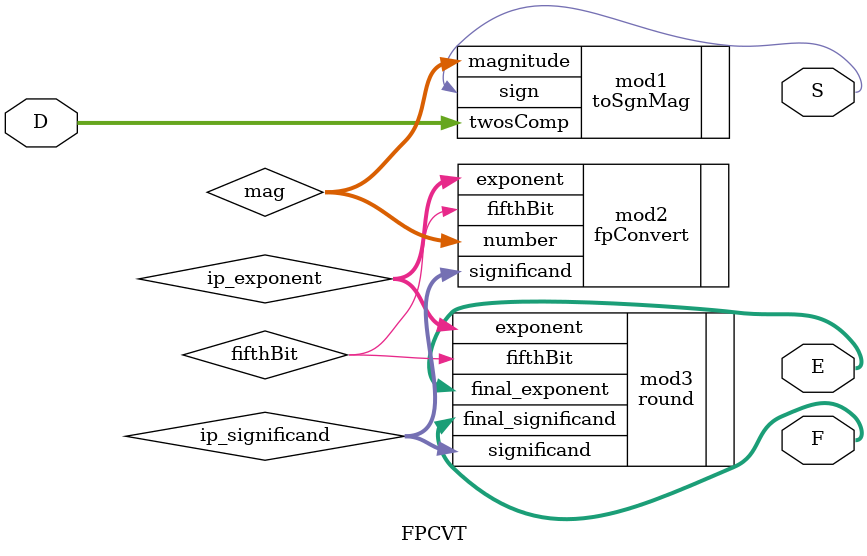
<source format=v>
`timescale 1ns / 1ps
module FPCVT(
    input [11:0] D,
    output S,
    output [2:0] E,
    output [3:0] F
    );
	 
	wire [10:0] mag;
	wire fifthBit;
	wire [3:0] ip_significand;
	wire [2:0] ip_exponent;
	
	toSgnMag mod1(
		.twosComp(D),
		.magnitude(mag),
		.sign(S)
	);
	
	fpConvert mod2(
		.number(mag),
		.significand(ip_significand),
		.exponent(ip_exponent),
		.fifthBit(fifthBit)
	);
	
	round mod3(
		.exponent(ip_exponent),
		.significand(ip_significand),
		.fifthBit(fifthBit),
		.final_exponent(E),
		.final_significand(F)
	);
endmodule

</source>
